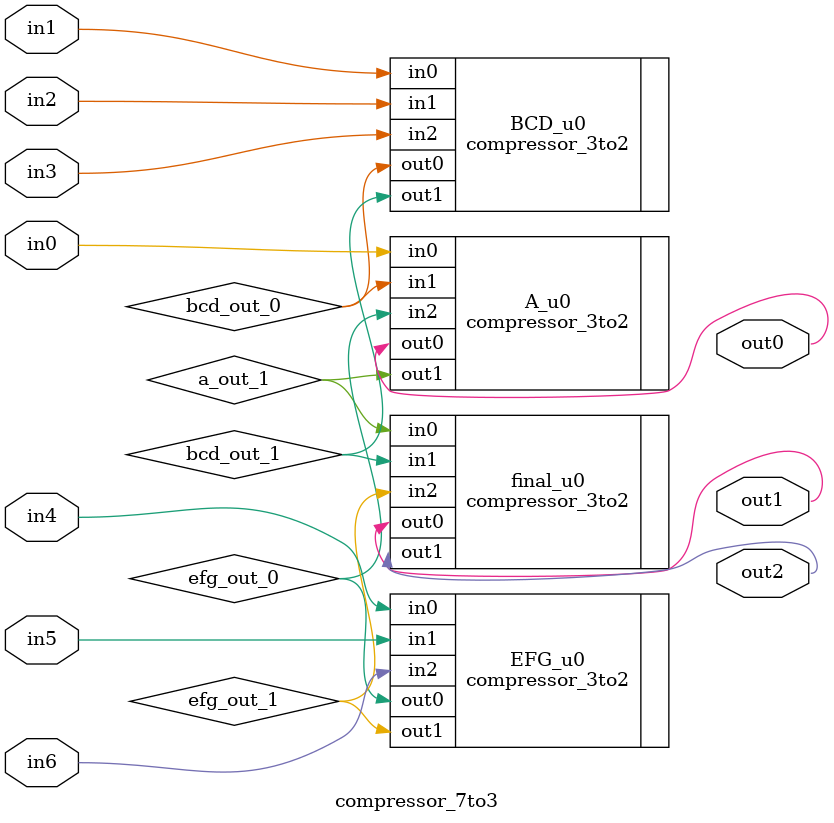
<source format=v>
module compressor_7to3 (

//input
in0,in1,in2,in3,in4,in5,in6,

//output
out0,out1,out2

);

//input
input     in0;
input     in1;
input     in2;
input     in3;
input     in4;
input     in5;
input     in6;
//output 
output 		out0;
output 		out1;
output 		out2;

 
 //paper logic is wrong
/*
wire x0,x1;
wire y0,y1;
wire c0;
wire cc;

		//Calculate Internal Parameter
		assign x0 = in0 ^ in1 ^ in2 ^ in3;
		assign y0 = (in0&&in1) ||(in0&&in2)||(in0&&in3);
		assign c0 = in0 && in1 && in2 && in3;
		assign x1 = in4 ^ in5 ^ in6 ;
		assign y1 = (in4&&in5) ||(in4&&in6)||(in5&&in6);
		assign cc = (x0 && x1) || c0;

		assign out0 = x0^x1;
		assign out1 = cc^y0^y1;
		assign out2 = (cc&&y0) ||(cc&&y1)||(y0&&y1);
                         
 */
 
 wire bcd_out_0;
 wire bcd_out_1;
 wire efg_out_0;
 wire efg_out_1;
 wire a_out_1;
 
 compressor_3to2 BCD_u0( .in0(in1),	.in1(in2),	.in2(in3),	.out0(bcd_out_0),	.out1(bcd_out_1));
 compressor_3to2 EFG_u0( .in0(in4),	.in1(in5),	.in2(in6),	.out0(efg_out_0),	.out1(efg_out_1));
 
 compressor_3to2 A_u0( .in0(in0),	.in1(bcd_out_0),	.in2(efg_out_0),	.out0(out0),	.out1(a_out_1));
 compressor_3to2 final_u0( .in0(a_out_1),	.in1(bcd_out_1),	.in2(efg_out_1),	.out0(out1),	.out1(out2));

 
endmodule
</source>
